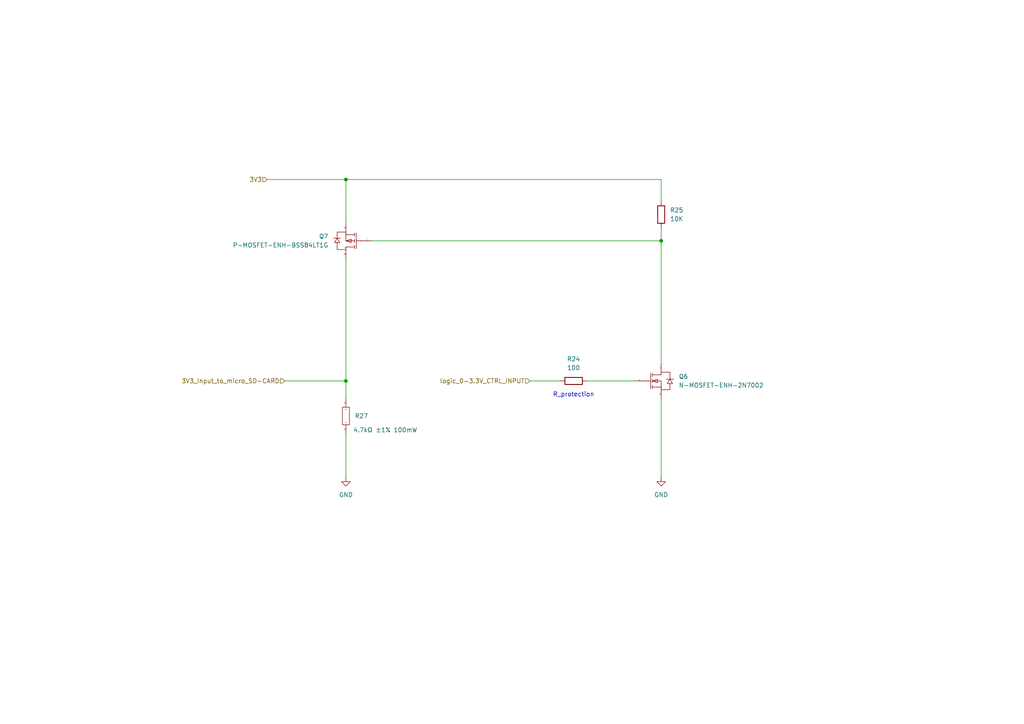
<source format=kicad_sch>
(kicad_sch
	(version 20250114)
	(generator "eeschema")
	(generator_version "9.0")
	(uuid "8a6a6dd4-c9cd-4684-90e0-9238a861d055")
	(paper "A4")
	(lib_symbols
		(symbol "Device:R"
			(pin_numbers
				(hide yes)
			)
			(pin_names
				(offset 0)
			)
			(exclude_from_sim no)
			(in_bom yes)
			(on_board yes)
			(property "Reference" "R"
				(at 2.032 0 90)
				(effects
					(font
						(size 1.27 1.27)
					)
				)
			)
			(property "Value" "R"
				(at 0 0 90)
				(effects
					(font
						(size 1.27 1.27)
					)
				)
			)
			(property "Footprint" ""
				(at -1.778 0 90)
				(effects
					(font
						(size 1.27 1.27)
					)
					(hide yes)
				)
			)
			(property "Datasheet" "~"
				(at 0 0 0)
				(effects
					(font
						(size 1.27 1.27)
					)
					(hide yes)
				)
			)
			(property "Description" "Resistor"
				(at 0 0 0)
				(effects
					(font
						(size 1.27 1.27)
					)
					(hide yes)
				)
			)
			(property "ki_keywords" "R res resistor"
				(at 0 0 0)
				(effects
					(font
						(size 1.27 1.27)
					)
					(hide yes)
				)
			)
			(property "ki_fp_filters" "R_*"
				(at 0 0 0)
				(effects
					(font
						(size 1.27 1.27)
					)
					(hide yes)
				)
			)
			(symbol "R_0_1"
				(rectangle
					(start -1.016 -2.54)
					(end 1.016 2.54)
					(stroke
						(width 0.254)
						(type default)
					)
					(fill
						(type none)
					)
				)
			)
			(symbol "R_1_1"
				(pin passive line
					(at 0 3.81 270)
					(length 1.27)
					(name "~"
						(effects
							(font
								(size 1.27 1.27)
							)
						)
					)
					(number "1"
						(effects
							(font
								(size 1.27 1.27)
							)
						)
					)
				)
				(pin passive line
					(at 0 -3.81 90)
					(length 1.27)
					(name "~"
						(effects
							(font
								(size 1.27 1.27)
							)
						)
					)
					(number "2"
						(effects
							(font
								(size 1.27 1.27)
							)
						)
					)
				)
			)
			(embedded_fonts no)
		)
		(symbol "GND_1"
			(power)
			(pin_numbers
				(hide yes)
			)
			(pin_names
				(offset 0)
				(hide yes)
			)
			(exclude_from_sim no)
			(in_bom yes)
			(on_board yes)
			(property "Reference" "#PWR"
				(at 0 -6.35 0)
				(effects
					(font
						(size 1.27 1.27)
					)
					(hide yes)
				)
			)
			(property "Value" "GND"
				(at 0 -3.81 0)
				(effects
					(font
						(size 1.27 1.27)
					)
				)
			)
			(property "Footprint" ""
				(at 0 0 0)
				(effects
					(font
						(size 1.27 1.27)
					)
					(hide yes)
				)
			)
			(property "Datasheet" ""
				(at 0 0 0)
				(effects
					(font
						(size 1.27 1.27)
					)
					(hide yes)
				)
			)
			(property "Description" "Power symbol creates a global label with name \"GND\" , ground"
				(at 0 0 0)
				(effects
					(font
						(size 1.27 1.27)
					)
					(hide yes)
				)
			)
			(property "ki_keywords" "global power"
				(at 0 0 0)
				(effects
					(font
						(size 1.27 1.27)
					)
					(hide yes)
				)
			)
			(symbol "GND_1_0_1"
				(polyline
					(pts
						(xy 0 0) (xy 0 -1.27) (xy 1.27 -1.27) (xy 0 -2.54) (xy -1.27 -1.27) (xy 0 -1.27)
					)
					(stroke
						(width 0)
						(type default)
					)
					(fill
						(type none)
					)
				)
			)
			(symbol "GND_1_1_1"
				(pin power_in line
					(at 0 0 270)
					(length 0)
					(name "~"
						(effects
							(font
								(size 1.27 1.27)
							)
						)
					)
					(number "1"
						(effects
							(font
								(size 1.27 1.27)
							)
						)
					)
				)
			)
			(embedded_fonts no)
		)
		(symbol "My_Personal_Symbols_Library:0603WAF4701T5E"
			(exclude_from_sim no)
			(in_bom yes)
			(on_board yes)
			(property "Reference" "R"
				(at 0 0 0)
				(effects
					(font
						(size 1.27 1.27)
					)
				)
			)
			(property "Value" "4.7kΩ"
				(at 0 -3.556 0)
				(effects
					(font
						(size 1.27 1.27)
					)
					(hide yes)
				)
			)
			(property "Footprint" "RES_4K7_0603WAF4701T5E:R0603"
				(at 0 7.366 0)
				(effects
					(font
						(size 1.27 1.27)
					)
					(hide yes)
				)
			)
			(property "Datasheet" "https://atta.szlcsc.com/upload/public/pdf/source/20200306/C422600_1E6D84923E4A46A82E41ADD87F860B5C.pdf"
				(at -0.254 10.16 0)
				(effects
					(font
						(size 1.27 1.27)
					)
					(hide yes)
				)
			)
			(property "Description" "Type:Thick Film Resistors Resistance:4.7kΩ Tolerance:±1% Tolerance:±1% Power(Watts): Overload Voltage (Max): Temperature Coefficient:±100ppm/°C Temperature Coefficient:±100ppm/°C Operating Temperature Range:-55°C~+155°C Operating Temperature Range:-55°C~+155°C"
				(at 0.508 12.446 0)
				(effects
					(font
						(size 1.27 1.27)
					)
					(hide yes)
				)
			)
			(property "Manufacturer Part" "0603WAF4701T5E"
				(at -0.254 -7.874 0)
				(effects
					(font
						(size 1.27 1.27)
					)
					(hide yes)
				)
			)
			(property "Manufacturer" "UNI-ROYAL(厚声)"
				(at 0.508 -10.414 0)
				(effects
					(font
						(size 1.27 1.27)
					)
					(hide yes)
				)
			)
			(property "Supplier Part" "C23162"
				(at 0 -5.588 0)
				(effects
					(font
						(size 1.27 1.27)
					)
					(hide yes)
				)
			)
			(property "Supplier" "LCSC"
				(at 0 -13.462 0)
				(effects
					(font
						(size 1.27 1.27)
					)
					(hide yes)
				)
			)
			(property "LCSC Part Name" "4.7kΩ ±1% 100mW 厚膜电阻"
				(at -0.254 5.08 0)
				(effects
					(font
						(size 1.27 1.27)
					)
					(hide yes)
				)
			)
			(symbol "0603WAF4701T5E_1_0"
				(rectangle
					(start -2.54 1.016)
					(end 2.54 -1.016)
					(stroke
						(width 0)
						(type default)
					)
					(fill
						(type none)
					)
				)
				(pin passive line
					(at -5.08 0 0)
					(length 2.54)
					(name "1"
						(effects
							(font
								(size 0.0254 0.0254)
							)
						)
					)
					(number "1"
						(effects
							(font
								(size 0.0254 0.0254)
							)
						)
					)
				)
				(pin passive line
					(at 5.08 0 180)
					(length 2.54)
					(name "2"
						(effects
							(font
								(size 0.0254 0.0254)
							)
						)
					)
					(number "2"
						(effects
							(font
								(size 0.0254 0.0254)
							)
						)
					)
				)
			)
			(embedded_fonts no)
		)
		(symbol "My_Personal_Symbols_Library:2N7002"
			(exclude_from_sim no)
			(in_bom yes)
			(on_board yes)
			(property "Reference" "Q"
				(at -2.286 4.826 0)
				(effects
					(font
						(size 1.27 1.27)
					)
				)
			)
			(property "Value" ""
				(at 0 0 0)
				(effects
					(font
						(size 1.27 1.27)
					)
				)
			)
			(property "Footprint" "ProLib_pcs_NMOSFET_ENH_2N7002_2025-05-22:SOT-23-3_L2.9-W1.3-P1.90-LS2.4-BR"
				(at 3.048 28.448 0)
				(effects
					(font
						(size 1.27 1.27)
					)
					(hide yes)
				)
			)
			(property "Datasheet" "https://atta.szlcsc.com/upload/public/pdf/source/20171228/C164913_15144413269051213916.pdf"
				(at -1.524 19.304 0)
				(effects
					(font
						(size 1.27 1.27)
					)
					(hide yes)
				)
			)
			(property "Description" "Type:1 N-Channel Drain Source Voltage (Vdss): Continuous Drain Current (Id): Drain Source On Resistance (RDS(on)@Vgs,Id):5Ω@10V Power Dissipation (Pd):225mW Gate Threshold Voltage (Vgs(th)@Id):2.5V@250uA Input Capacitance (Ciss@Vds):50pF Reverse Transfer"
				(at -0.254 24.384 0)
				(effects
					(font
						(size 1.27 1.27)
					)
					(hide yes)
				)
			)
			(property "Manufacturer Part" "2N7002"
				(at 0.508 -14.732 0)
				(effects
					(font
						(size 1.27 1.27)
					)
					(hide yes)
				)
			)
			(property "Manufacturer" "CJ(江苏长电/长晶)"
				(at 1.778 -31.242 0)
				(effects
					(font
						(size 1.27 1.27)
					)
					(hide yes)
				)
			)
			(property "Supplier Part" "C8545"
				(at 0.762 -18.288 0)
				(effects
					(font
						(size 1.27 1.27)
					)
					(hide yes)
				)
			)
			(property "Supplier" "LCSC"
				(at 0.762 -26.162 0)
				(effects
					(font
						(size 1.27 1.27)
					)
					(hide yes)
				)
			)
			(property "LCSC Part Name" "1个N沟道 耐压:60V 电流:115mA"
				(at 0.508 16.002 0)
				(effects
					(font
						(size 1.27 1.27)
					)
					(hide yes)
				)
			)
			(symbol "2N7002_1_0"
				(polyline
					(pts
						(xy -2.54 0) (xy -0.508 0)
					)
					(stroke
						(width 0)
						(type default)
					)
					(fill
						(type none)
					)
				)
				(polyline
					(pts
						(xy -0.508 2.286) (xy -0.508 -2.286)
					)
					(stroke
						(width 0)
						(type default)
					)
					(fill
						(type none)
					)
				)
				(polyline
					(pts
						(xy 0 2.286) (xy 0 1.27)
					)
					(stroke
						(width 0)
						(type default)
					)
					(fill
						(type none)
					)
				)
				(polyline
					(pts
						(xy 0 1.778) (xy 2.54 1.778) (xy 2.54 1.778) (xy 2.54 2.54) (xy 2.54 2.54) (xy 5.08 2.54) (xy 5.08 2.54)
						(xy 5.08 0.508)
					)
					(stroke
						(width 0)
						(type default)
					)
					(fill
						(type none)
					)
				)
				(polyline
					(pts
						(xy 0 0) (xy 1.524 -0.508) (xy 1.524 -0.508) (xy 1.524 0.508) (xy 1.524 0.508) (xy 0 0)
					)
					(stroke
						(width 0)
						(type default)
					)
					(fill
						(type none)
					)
				)
				(polyline
					(pts
						(xy 0 0) (xy 2.54 0) (xy 2.54 0) (xy 2.54 -2.54) (xy 2.54 -2.54) (xy 5.08 -2.54) (xy 5.08 -2.54)
						(xy 5.08 -0.762)
					)
					(stroke
						(width 0)
						(type default)
					)
					(fill
						(type none)
					)
				)
				(polyline
					(pts
						(xy 0 -0.508) (xy 0 0.508)
					)
					(stroke
						(width 0)
						(type default)
					)
					(fill
						(type none)
					)
				)
				(polyline
					(pts
						(xy 0 -2.286) (xy 0 -1.27)
					)
					(stroke
						(width 0)
						(type default)
					)
					(fill
						(type none)
					)
				)
				(polyline
					(pts
						(xy 2.54 -1.778) (xy 0 -1.778)
					)
					(stroke
						(width 0)
						(type default)
					)
					(fill
						(type none)
					)
				)
				(polyline
					(pts
						(xy 5.08 0.508) (xy 4.318 -0.762) (xy 4.318 -0.762) (xy 5.842 -0.762) (xy 5.842 -0.762) (xy 5.08 0.508)
					)
					(stroke
						(width 0)
						(type default)
					)
					(fill
						(type none)
					)
				)
				(polyline
					(pts
						(xy 6.096 0.508) (xy 5.588 0.508) (xy 5.588 0.508) (xy 4.572 0.508) (xy 4.572 0.508) (xy 4.064 0.508)
					)
					(stroke
						(width 0)
						(type default)
					)
					(fill
						(type none)
					)
				)
				(pin input line
					(at -5.08 0 0)
					(length 2.54)
					(name "G"
						(effects
							(font
								(size 0.0254 0.0254)
							)
						)
					)
					(number "1"
						(effects
							(font
								(size 0.0254 0.0254)
							)
						)
					)
				)
				(pin input line
					(at 2.54 5.08 270)
					(length 2.54)
					(name "D"
						(effects
							(font
								(size 0.0254 0.0254)
							)
						)
					)
					(number "3"
						(effects
							(font
								(size 0.0254 0.0254)
							)
						)
					)
				)
				(pin input line
					(at 2.54 -5.08 90)
					(length 2.54)
					(name "S"
						(effects
							(font
								(size 0.0254 0.0254)
							)
						)
					)
					(number "2"
						(effects
							(font
								(size 0.0254 0.0254)
							)
						)
					)
				)
			)
			(embedded_fonts no)
		)
		(symbol "My_Personal_Symbols_Library:BSS84LT1G"
			(exclude_from_sim no)
			(in_bom yes)
			(on_board yes)
			(property "Reference" "Q"
				(at -1.778 4.064 0)
				(effects
					(font
						(size 1.27 1.27)
					)
				)
			)
			(property "Value" ""
				(at 0 0 0)
				(effects
					(font
						(size 1.27 1.27)
					)
				)
			)
			(property "Footprint" "ProLib_pcs_PMOSFET_ENH_BSS84LT1G_2025-05-22:SOT-23-3_L2.9-W1.6-P1.90-LS2.8-BR"
				(at 0.762 25.146 0)
				(effects
					(font
						(size 1.27 1.27)
					)
					(hide yes)
				)
			)
			(property "Datasheet" "https://atta.szlcsc.com/upload/public/pdf/source/20160910/1473490307635.PDF"
				(at 0 28.956 0)
				(effects
					(font
						(size 1.27 1.27)
					)
					(hide yes)
				)
			)
			(property "Description" "Type:1个PChannel Drain Source Voltage (Vdss): Continuous Drain Current (Id): Power Dissipation (Pd): Drain Source On Resistance (RDS(on)@Vgs,Id):10Ω@5V,100mA Gate Threshold Voltage (Vgs(th)@Id):2V@250uA Input Capacitance (Ciss@Vds):30pF@5V Operating Temper"
				(at 1.524 19.05 0)
				(effects
					(font
						(size 1.27 1.27)
					)
					(hide yes)
				)
			)
			(property "Manufacturer Part" "BSS84LT1G"
				(at 0.254 -16.002 0)
				(effects
					(font
						(size 1.27 1.27)
					)
					(hide yes)
				)
			)
			(property "Manufacturer" "onsemi(安森美)"
				(at 1.016 -26.67 0)
				(effects
					(font
						(size 1.27 1.27)
					)
					(hide yes)
				)
			)
			(property "Supplier Part" "C82079"
				(at 0.254 -20.32 0)
				(effects
					(font
						(size 1.27 1.27)
					)
					(hide yes)
				)
			)
			(property "Supplier" "LCSC"
				(at 0 -23.368 0)
				(effects
					(font
						(size 1.27 1.27)
					)
					(hide yes)
				)
			)
			(property "LCSC Part Name" "1个P沟道 耐压:50V 电流:130mA"
				(at 0.508 14.986 0)
				(effects
					(font
						(size 1.27 1.27)
					)
					(hide yes)
				)
			)
			(symbol "BSS84LT1G_1_0"
				(polyline
					(pts
						(xy -2.54 0) (xy -0.508 0)
					)
					(stroke
						(width 0)
						(type default)
					)
					(fill
						(type none)
					)
				)
				(polyline
					(pts
						(xy -0.508 2.286) (xy -0.508 -2.286)
					)
					(stroke
						(width 0)
						(type default)
					)
					(fill
						(type none)
					)
				)
				(polyline
					(pts
						(xy 0 2.286) (xy 0 1.27)
					)
					(stroke
						(width 0)
						(type default)
					)
					(fill
						(type none)
					)
				)
				(polyline
					(pts
						(xy 0 1.778) (xy 2.54 1.778) (xy 2.54 1.778) (xy 2.54 2.54) (xy 2.54 2.54) (xy 5.08 2.54) (xy 5.08 2.54)
						(xy 5.08 0.508)
					)
					(stroke
						(width 0)
						(type default)
					)
					(fill
						(type none)
					)
				)
				(polyline
					(pts
						(xy 0 0) (xy 2.54 0) (xy 2.54 0) (xy 2.54 -2.54) (xy 2.54 -2.54) (xy 5.08 -2.54) (xy 5.08 -2.54)
						(xy 5.08 -0.762)
					)
					(stroke
						(width 0)
						(type default)
					)
					(fill
						(type none)
					)
				)
				(polyline
					(pts
						(xy 0 -0.508) (xy 0 0.508)
					)
					(stroke
						(width 0)
						(type default)
					)
					(fill
						(type none)
					)
				)
				(polyline
					(pts
						(xy 0 -2.286) (xy 0 -1.27)
					)
					(stroke
						(width 0)
						(type default)
					)
					(fill
						(type none)
					)
				)
				(polyline
					(pts
						(xy 2.54 0) (xy 1.016 0.508) (xy 1.016 0.508) (xy 1.016 -0.508) (xy 1.016 -0.508) (xy 2.54 0)
					)
					(stroke
						(width 0)
						(type default)
					)
					(fill
						(type none)
					)
				)
				(polyline
					(pts
						(xy 2.54 -1.778) (xy 0 -1.778)
					)
					(stroke
						(width 0)
						(type default)
					)
					(fill
						(type none)
					)
				)
				(polyline
					(pts
						(xy 4.064 -0.762) (xy 4.572 -0.762) (xy 4.572 -0.762) (xy 5.588 -0.762) (xy 5.588 -0.762) (xy 6.096 -0.762)
					)
					(stroke
						(width 0)
						(type default)
					)
					(fill
						(type none)
					)
				)
				(polyline
					(pts
						(xy 5.08 -0.762) (xy 5.842 0.508) (xy 5.842 0.508) (xy 4.318 0.508) (xy 4.318 0.508) (xy 5.08 -0.762)
					)
					(stroke
						(width 0)
						(type default)
					)
					(fill
						(type none)
					)
				)
				(pin passive line
					(at -5.08 0 0)
					(length 2.54)
					(name "G"
						(effects
							(font
								(size 0.0254 0.0254)
							)
						)
					)
					(number "1"
						(effects
							(font
								(size 0.0254 0.0254)
							)
						)
					)
				)
				(pin passive line
					(at 2.54 5.08 270)
					(length 2.54)
					(name "D"
						(effects
							(font
								(size 0.0254 0.0254)
							)
						)
					)
					(number "3"
						(effects
							(font
								(size 0.0254 0.0254)
							)
						)
					)
				)
				(pin passive line
					(at 2.54 -5.08 90)
					(length 2.54)
					(name "S"
						(effects
							(font
								(size 0.0254 0.0254)
							)
						)
					)
					(number "2"
						(effects
							(font
								(size 0.0254 0.0254)
							)
						)
					)
				)
			)
			(embedded_fonts no)
		)
	)
	(text "R_protection"
		(exclude_from_sim no)
		(at 166.37 114.554 0)
		(effects
			(font
				(size 1.27 1.27)
			)
		)
		(uuid "0a81beb8-48da-4278-aaac-5775e251ff77")
	)
	(junction
		(at 100.33 110.49)
		(diameter 0)
		(color 0 0 0 0)
		(uuid "37ebc211-deb7-4883-8800-849c37d20524")
	)
	(junction
		(at 191.77 69.85)
		(diameter 0)
		(color 0 0 0 0)
		(uuid "5288aed1-4041-42d6-b385-9f8254228857")
	)
	(junction
		(at 100.33 52.07)
		(diameter 0)
		(color 0 0 0 0)
		(uuid "f7e3a630-3c11-4d1f-873f-6ab02d1841a5")
	)
	(wire
		(pts
			(xy 153.67 110.49) (xy 162.56 110.49)
		)
		(stroke
			(width 0)
			(type default)
		)
		(uuid "10f64a85-6c79-4492-8acf-db993aa78edf")
	)
	(wire
		(pts
			(xy 191.77 69.85) (xy 191.77 105.41)
		)
		(stroke
			(width 0)
			(type default)
		)
		(uuid "13ab6e93-dee2-4fe2-9028-86832714d892")
	)
	(wire
		(pts
			(xy 100.33 74.93) (xy 100.33 110.49)
		)
		(stroke
			(width 0)
			(type default)
		)
		(uuid "21fd4038-aba8-4123-b1a8-aef35f97e042")
	)
	(wire
		(pts
			(xy 170.18 110.49) (xy 184.15 110.49)
		)
		(stroke
			(width 0)
			(type default)
		)
		(uuid "424dbc9f-4ae7-460b-b858-0240b36b42e9")
	)
	(wire
		(pts
			(xy 191.77 69.85) (xy 191.77 66.04)
		)
		(stroke
			(width 0)
			(type default)
		)
		(uuid "44b838ab-a7a8-4351-9c3c-97d4aead3b42")
	)
	(wire
		(pts
			(xy 100.33 52.07) (xy 191.77 52.07)
		)
		(stroke
			(width 0)
			(type default)
		)
		(uuid "6ca5fbec-684e-442d-8875-bda1ff66a8b7")
	)
	(wire
		(pts
			(xy 100.33 110.49) (xy 100.33 115.57)
		)
		(stroke
			(width 0)
			(type default)
		)
		(uuid "6cfcc997-6d11-4512-bd22-55e328719884")
	)
	(wire
		(pts
			(xy 191.77 115.57) (xy 191.77 138.43)
		)
		(stroke
			(width 0)
			(type default)
		)
		(uuid "7ad68573-0d9c-4a4b-a82e-18c0139bb753")
	)
	(wire
		(pts
			(xy 100.33 52.07) (xy 100.33 64.77)
		)
		(stroke
			(width 0)
			(type default)
		)
		(uuid "aa44a8f9-6c27-4203-8173-d26d62835170")
	)
	(wire
		(pts
			(xy 107.95 69.85) (xy 191.77 69.85)
		)
		(stroke
			(width 0)
			(type default)
		)
		(uuid "adc5baea-3084-401d-be92-851c9f86b746")
	)
	(wire
		(pts
			(xy 82.55 110.49) (xy 100.33 110.49)
		)
		(stroke
			(width 0)
			(type default)
		)
		(uuid "b3659b6f-8a2c-4cc2-8cfe-dcb101034708")
	)
	(wire
		(pts
			(xy 191.77 52.07) (xy 191.77 58.42)
		)
		(stroke
			(width 0)
			(type default)
		)
		(uuid "e8fc710a-2b91-4ff9-a986-9cab2314b9de")
	)
	(wire
		(pts
			(xy 77.47 52.07) (xy 100.33 52.07)
		)
		(stroke
			(width 0)
			(type default)
		)
		(uuid "f9347ac6-fc81-4da0-a413-fa983bf1a1e8")
	)
	(wire
		(pts
			(xy 100.33 125.73) (xy 100.33 138.43)
		)
		(stroke
			(width 0)
			(type default)
		)
		(uuid "fb04144a-292f-4fff-a945-044d073efbca")
	)
	(hierarchical_label "3V3_Input_to_micro_SD-CARD"
		(shape input)
		(at 82.55 110.49 180)
		(effects
			(font
				(size 1.27 1.27)
			)
			(justify right)
		)
		(uuid "0b348802-6dbd-40f6-99b3-f5dd14bc8788")
	)
	(hierarchical_label "3V3"
		(shape input)
		(at 77.47 52.07 180)
		(effects
			(font
				(size 1.27 1.27)
			)
			(justify right)
		)
		(uuid "9368458b-5db0-43e5-97a7-965ed1cb5337")
	)
	(hierarchical_label "logic_0-3.3V_CTRL_INPUT"
		(shape input)
		(at 153.67 110.49 180)
		(effects
			(font
				(size 1.27 1.27)
			)
			(justify right)
		)
		(uuid "9a0733c0-6687-4625-aba2-a912ee6b5508")
	)
	(symbol
		(lib_name "GND_1")
		(lib_id "power:GND")
		(at 191.77 138.43 0)
		(unit 1)
		(exclude_from_sim no)
		(in_bom yes)
		(on_board yes)
		(dnp no)
		(fields_autoplaced yes)
		(uuid "0e585f12-b568-4600-b10b-51d6c05cb085")
		(property "Reference" "#PWR057"
			(at 191.77 144.78 0)
			(effects
				(font
					(size 1.27 1.27)
				)
				(hide yes)
			)
		)
		(property "Value" "GND"
			(at 191.77 143.51 0)
			(effects
				(font
					(size 1.27 1.27)
				)
			)
		)
		(property "Footprint" ""
			(at 191.77 138.43 0)
			(effects
				(font
					(size 1.27 1.27)
				)
				(hide yes)
			)
		)
		(property "Datasheet" ""
			(at 191.77 138.43 0)
			(effects
				(font
					(size 1.27 1.27)
				)
				(hide yes)
			)
		)
		(property "Description" "Power symbol creates a global label with name \"GND\" , ground"
			(at 191.77 138.43 0)
			(effects
				(font
					(size 1.27 1.27)
				)
				(hide yes)
			)
		)
		(pin "1"
			(uuid "454c2124-cc9f-4407-a61d-1ba3981d0d4e")
		)
		(instances
			(project "MY-ESP32"
				(path "/d6d8d651-8dd4-45a4-bd17-f84a87bbb30c/b05cfee3-cdbd-4ba0-a586-ca5aad6ef209"
					(reference "#PWR057")
					(unit 1)
				)
			)
		)
	)
	(symbol
		(lib_id "My_Personal_Symbols_Library:0603WAF4701T5E")
		(at 100.33 120.65 90)
		(unit 1)
		(exclude_from_sim no)
		(in_bom yes)
		(on_board yes)
		(dnp no)
		(uuid "1cbfbd15-2818-4439-9179-bad4dab36f7b")
		(property "Reference" "R27"
			(at 102.87 120.6499 90)
			(effects
				(font
					(size 1.27 1.27)
				)
				(justify right)
			)
		)
		(property "Value" "4.7kΩ ±1% 100mW"
			(at 111.76 124.714 90)
			(effects
				(font
					(size 1.27 1.27)
				)
			)
		)
		(property "Footprint" "My_Personal_Footprints_Library:0603WAF4701T5E"
			(at 92.964 120.65 0)
			(effects
				(font
					(size 1.27 1.27)
				)
				(hide yes)
			)
		)
		(property "Datasheet" "https://atta.szlcsc.com/upload/public/pdf/source/20200306/C422600_1E6D84923E4A46A82E41ADD87F860B5C.pdf"
			(at 90.17 120.904 0)
			(effects
				(font
					(size 1.27 1.27)
				)
				(hide yes)
			)
		)
		(property "Description" "Type:Thick Film Resistors Resistance:4.7kΩ Tolerance:±1% Tolerance:±1% Power(Watts): Overload Voltage (Max): Temperature Coefficient:±100ppm/°C Temperature Coefficient:±100ppm/°C Operating Temperature Range:-55°C~+155°C Operating Temperature Range:-55°C~+155°C"
			(at 87.884 120.142 0)
			(effects
				(font
					(size 1.27 1.27)
				)
				(hide yes)
			)
		)
		(property "Manufacturer Part" "0603WAF4701T5E"
			(at 108.204 120.904 0)
			(effects
				(font
					(size 1.27 1.27)
				)
				(hide yes)
			)
		)
		(property "Manufacturer" "UNI-ROYAL(厚声)"
			(at 110.744 120.142 0)
			(effects
				(font
					(size 1.27 1.27)
				)
				(hide yes)
			)
		)
		(property "Supplier Part" "C23162"
			(at 105.918 120.65 0)
			(effects
				(font
					(size 1.27 1.27)
				)
				(hide yes)
			)
		)
		(property "Supplier" "LCSC"
			(at 113.792 120.65 0)
			(effects
				(font
					(size 1.27 1.27)
				)
				(hide yes)
			)
		)
		(property "LCSC Part Name" "4.7kΩ ±1% 100mW"
			(at 95.25 120.904 0)
			(effects
				(font
					(size 1.27 1.27)
				)
				(hide yes)
			)
		)
		(pin "1"
			(uuid "8161ef91-2853-414a-9279-40b71d1ade8c")
		)
		(pin "2"
			(uuid "fce8d221-aa92-4d3a-ad7b-716f5f565c00")
		)
		(instances
			(project ""
				(path "/d6d8d651-8dd4-45a4-bd17-f84a87bbb30c/b05cfee3-cdbd-4ba0-a586-ca5aad6ef209"
					(reference "R27")
					(unit 1)
				)
			)
		)
	)
	(symbol
		(lib_name "GND_1")
		(lib_id "power:GND")
		(at 100.33 138.43 0)
		(unit 1)
		(exclude_from_sim no)
		(in_bom yes)
		(on_board yes)
		(dnp no)
		(fields_autoplaced yes)
		(uuid "44a5d03b-7310-4c61-9072-4f93384c5208")
		(property "Reference" "#PWR059"
			(at 100.33 144.78 0)
			(effects
				(font
					(size 1.27 1.27)
				)
				(hide yes)
			)
		)
		(property "Value" "GND"
			(at 100.33 143.51 0)
			(effects
				(font
					(size 1.27 1.27)
				)
			)
		)
		(property "Footprint" ""
			(at 100.33 138.43 0)
			(effects
				(font
					(size 1.27 1.27)
				)
				(hide yes)
			)
		)
		(property "Datasheet" ""
			(at 100.33 138.43 0)
			(effects
				(font
					(size 1.27 1.27)
				)
				(hide yes)
			)
		)
		(property "Description" "Power symbol creates a global label with name \"GND\" , ground"
			(at 100.33 138.43 0)
			(effects
				(font
					(size 1.27 1.27)
				)
				(hide yes)
			)
		)
		(pin "1"
			(uuid "51bc7fe0-e134-4d2c-9e8f-58ad42cdaa84")
		)
		(instances
			(project "MY-ESP32"
				(path "/d6d8d651-8dd4-45a4-bd17-f84a87bbb30c/b05cfee3-cdbd-4ba0-a586-ca5aad6ef209"
					(reference "#PWR059")
					(unit 1)
				)
			)
		)
	)
	(symbol
		(lib_id "My_Personal_Symbols_Library:2N7002")
		(at 189.23 110.49 0)
		(unit 1)
		(exclude_from_sim no)
		(in_bom yes)
		(on_board yes)
		(dnp no)
		(fields_autoplaced yes)
		(uuid "4932f830-47b8-4f2d-b59d-a3937c29a5a1")
		(property "Reference" "Q6"
			(at 196.85 109.2199 0)
			(effects
				(font
					(size 1.27 1.27)
				)
				(justify left)
			)
		)
		(property "Value" "N-MOSFET-ENH-2N7002"
			(at 196.85 111.7599 0)
			(effects
				(font
					(size 1.27 1.27)
				)
				(justify left)
			)
		)
		(property "Footprint" "My_Personal_Footprints_Library:2N7002"
			(at 192.278 82.042 0)
			(effects
				(font
					(size 1.27 1.27)
				)
				(hide yes)
			)
		)
		(property "Datasheet" "https://atta.szlcsc.com/upload/public/pdf/source/20171228/C164913_15144413269051213916.pdf"
			(at 187.706 91.186 0)
			(effects
				(font
					(size 1.27 1.27)
				)
				(hide yes)
			)
		)
		(property "Description" "Type:1 N-Channel Drain Source Voltage (Vdss): Continuous Drain Current (Id): Drain Source On Resistance (RDS(on)@Vgs,Id):5Ω@10V Power Dissipation (Pd):225mW Gate Threshold Voltage (Vgs(th)@Id):2.5V@250uA Input Capacitance (Ciss@Vds):50pF Reverse Transfer"
			(at 188.976 86.106 0)
			(effects
				(font
					(size 1.27 1.27)
				)
				(hide yes)
			)
		)
		(property "Manufacturer Part" "2N7002"
			(at 189.738 125.222 0)
			(effects
				(font
					(size 1.27 1.27)
				)
				(hide yes)
			)
		)
		(property "Manufacturer" "CJ(江苏长电/长晶)"
			(at 191.008 141.732 0)
			(effects
				(font
					(size 1.27 1.27)
				)
				(hide yes)
			)
		)
		(property "Supplier Part" "C8545"
			(at 189.992 128.778 0)
			(effects
				(font
					(size 1.27 1.27)
				)
				(hide yes)
			)
		)
		(property "Supplier" "LCSC"
			(at 189.992 136.652 0)
			(effects
				(font
					(size 1.27 1.27)
				)
				(hide yes)
			)
		)
		(property "LCSC Part Name" "1个N沟道 耐压:60V 电流:115mA"
			(at 189.738 94.488 0)
			(effects
				(font
					(size 1.27 1.27)
				)
				(hide yes)
			)
		)
		(pin "3"
			(uuid "d567c880-43e8-4882-9f50-e48e4b6fffd4")
		)
		(pin "1"
			(uuid "79f4f7ea-789b-4a3d-9a01-2b074494862a")
		)
		(pin "2"
			(uuid "eac56259-54e0-4c55-86c8-3b730c24458f")
		)
		(instances
			(project "MY-ESP32"
				(path "/d6d8d651-8dd4-45a4-bd17-f84a87bbb30c/b05cfee3-cdbd-4ba0-a586-ca5aad6ef209"
					(reference "Q6")
					(unit 1)
				)
			)
		)
	)
	(symbol
		(lib_id "Device:R")
		(at 191.77 62.23 180)
		(unit 1)
		(exclude_from_sim no)
		(in_bom yes)
		(on_board yes)
		(dnp no)
		(fields_autoplaced yes)
		(uuid "5d36ea87-7408-4a35-a21f-915e912c409f")
		(property "Reference" "R25"
			(at 194.31 60.9599 0)
			(effects
				(font
					(size 1.27 1.27)
				)
				(justify right)
			)
		)
		(property "Value" "10K"
			(at 194.31 63.4999 0)
			(effects
				(font
					(size 1.27 1.27)
				)
				(justify right)
			)
		)
		(property "Footprint" "Resistor_SMD:R_0805_2012Metric_Pad1.20x1.40mm_HandSolder"
			(at 193.548 62.23 90)
			(effects
				(font
					(size 1.27 1.27)
				)
				(hide yes)
			)
		)
		(property "Datasheet" "~"
			(at 191.77 62.23 0)
			(effects
				(font
					(size 1.27 1.27)
				)
				(hide yes)
			)
		)
		(property "Description" ""
			(at 191.77 62.23 0)
			(effects
				(font
					(size 1.27 1.27)
				)
			)
		)
		(property "REF" "C17414"
			(at 191.77 62.23 0)
			(effects
				(font
					(size 1.27 1.27)
				)
				(hide yes)
			)
		)
		(pin "1"
			(uuid "6633f46d-4076-49e9-8d2d-2bb1de1e4ab4")
		)
		(pin "2"
			(uuid "1a3042f6-c8ec-4b5c-b653-96f7250758ea")
		)
		(instances
			(project "MY-ESP32"
				(path "/d6d8d651-8dd4-45a4-bd17-f84a87bbb30c/b05cfee3-cdbd-4ba0-a586-ca5aad6ef209"
					(reference "R25")
					(unit 1)
				)
			)
		)
	)
	(symbol
		(lib_id "My_Personal_Symbols_Library:BSS84LT1G")
		(at 102.87 69.85 180)
		(unit 1)
		(exclude_from_sim no)
		(in_bom yes)
		(on_board yes)
		(dnp no)
		(fields_autoplaced yes)
		(uuid "c065f1a1-afe4-4439-b6cf-608606f74564")
		(property "Reference" "Q7"
			(at 95.25 68.5799 0)
			(effects
				(font
					(size 1.27 1.27)
				)
				(justify left)
			)
		)
		(property "Value" "P-MOSFET-ENH-BSS84LT1G"
			(at 95.25 71.1199 0)
			(effects
				(font
					(size 1.27 1.27)
				)
				(justify left)
			)
		)
		(property "Footprint" "My_Personal_Footprints_Library:BSS84LT1G"
			(at 102.108 94.996 0)
			(effects
				(font
					(size 1.27 1.27)
				)
				(hide yes)
			)
		)
		(property "Datasheet" "https://atta.szlcsc.com/upload/public/pdf/source/20160910/1473490307635.PDF"
			(at 102.87 98.806 0)
			(effects
				(font
					(size 1.27 1.27)
				)
				(hide yes)
			)
		)
		(property "Description" "Type:1个PChannel Drain Source Voltage (Vdss): Continuous Drain Current (Id): Power Dissipation (Pd): Drain Source On Resistance (RDS(on)@Vgs,Id):10Ω@5V,100mA Gate Threshold Voltage (Vgs(th)@Id):2V@250uA Input Capacitance (Ciss@Vds):30pF@5V Operating Temper"
			(at 101.346 88.9 0)
			(effects
				(font
					(size 1.27 1.27)
				)
				(hide yes)
			)
		)
		(property "Manufacturer Part" "BSS84LT1G"
			(at 102.616 53.848 0)
			(effects
				(font
					(size 1.27 1.27)
				)
				(hide yes)
			)
		)
		(property "Manufacturer" "onsemi(安森美)"
			(at 101.854 43.18 0)
			(effects
				(font
					(size 1.27 1.27)
				)
				(hide yes)
			)
		)
		(property "Supplier Part" "C82079"
			(at 102.616 49.53 0)
			(effects
				(font
					(size 1.27 1.27)
				)
				(hide yes)
			)
		)
		(property "Supplier" "LCSC"
			(at 102.87 46.482 0)
			(effects
				(font
					(size 1.27 1.27)
				)
				(hide yes)
			)
		)
		(property "LCSC Part Name" "1个P沟道 耐压:50V 电流:130mA"
			(at 102.362 84.836 0)
			(effects
				(font
					(size 1.27 1.27)
				)
				(hide yes)
			)
		)
		(pin "1"
			(uuid "79611496-635f-4826-83cc-623fb98329d0")
		)
		(pin "3"
			(uuid "3860d3dd-5bc5-43b5-9a45-9a4a5d117a69")
		)
		(pin "2"
			(uuid "4a4e0c82-1638-4994-9a67-1d7a3ceb0a2e")
		)
		(instances
			(project ""
				(path "/d6d8d651-8dd4-45a4-bd17-f84a87bbb30c/b05cfee3-cdbd-4ba0-a586-ca5aad6ef209"
					(reference "Q7")
					(unit 1)
				)
			)
		)
	)
	(symbol
		(lib_id "Device:R")
		(at 166.37 110.49 270)
		(unit 1)
		(exclude_from_sim no)
		(in_bom yes)
		(on_board yes)
		(dnp no)
		(fields_autoplaced yes)
		(uuid "d54f2d72-5168-4484-bbe8-17c22796cb1b")
		(property "Reference" "R24"
			(at 166.37 104.14 90)
			(effects
				(font
					(size 1.27 1.27)
				)
			)
		)
		(property "Value" "100"
			(at 166.37 106.68 90)
			(effects
				(font
					(size 1.27 1.27)
				)
			)
		)
		(property "Footprint" "Resistor_SMD:R_0805_2012Metric_Pad1.20x1.40mm_HandSolder"
			(at 166.37 108.712 90)
			(effects
				(font
					(size 1.27 1.27)
				)
				(hide yes)
			)
		)
		(property "Datasheet" "~"
			(at 166.37 110.49 0)
			(effects
				(font
					(size 1.27 1.27)
				)
				(hide yes)
			)
		)
		(property "Description" ""
			(at 166.37 110.49 0)
			(effects
				(font
					(size 1.27 1.27)
				)
			)
		)
		(property "REF" "C17408"
			(at 166.37 110.49 0)
			(effects
				(font
					(size 1.27 1.27)
				)
				(hide yes)
			)
		)
		(pin "1"
			(uuid "8801037b-e22b-46e3-8358-34c3a1bcf61a")
		)
		(pin "2"
			(uuid "629aba75-f4a7-4a6a-a7c5-c74280440995")
		)
		(instances
			(project "MY-ESP32"
				(path "/d6d8d651-8dd4-45a4-bd17-f84a87bbb30c/b05cfee3-cdbd-4ba0-a586-ca5aad6ef209"
					(reference "R24")
					(unit 1)
				)
			)
		)
	)
)

</source>
